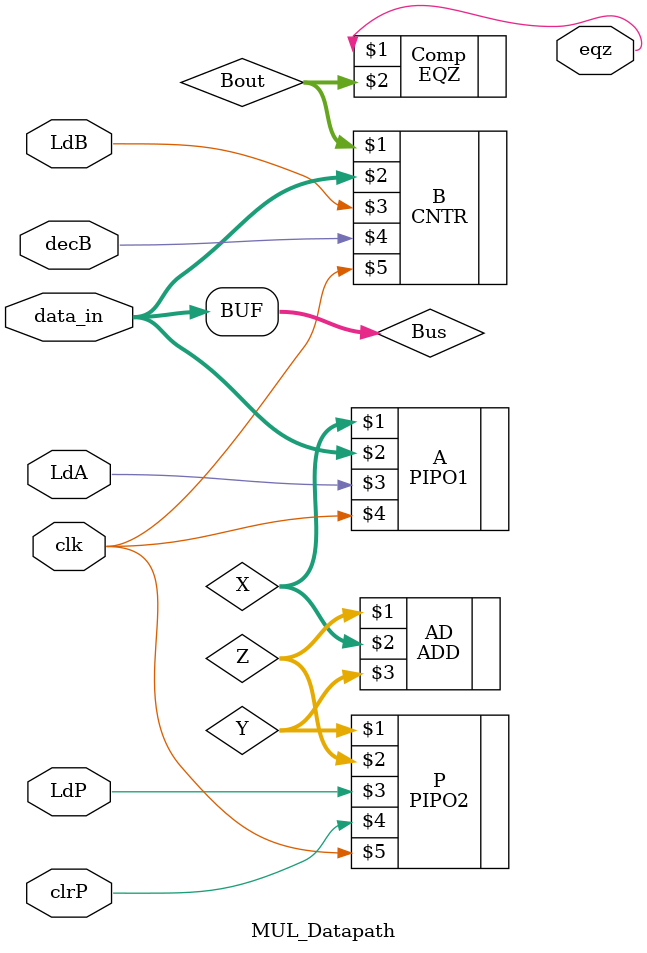
<source format=v>
`timescale 1ns / 1ns
module MUL_Datapath(eqz,LdA,LdB,LdP,clrP,decB,data_in,clk);
    input LdA,LdB,LdP,clrP,decB,clk;
    input [31:0]data_in;
    output eqz;
    wire [31:0]X,Y,Z,Bout,Bus;
    assign Bus=data_in;
    PIPO1 A(X,Bus,LdA,clk);
    PIPO2 P(Y,Z,LdP,clrP,clk);
    CNTR B(Bout,Bus,LdB,decB,clk);
    ADD AD(Z,X,Y);
    EQZ Comp(eqz,Bout);
endmodule

</source>
